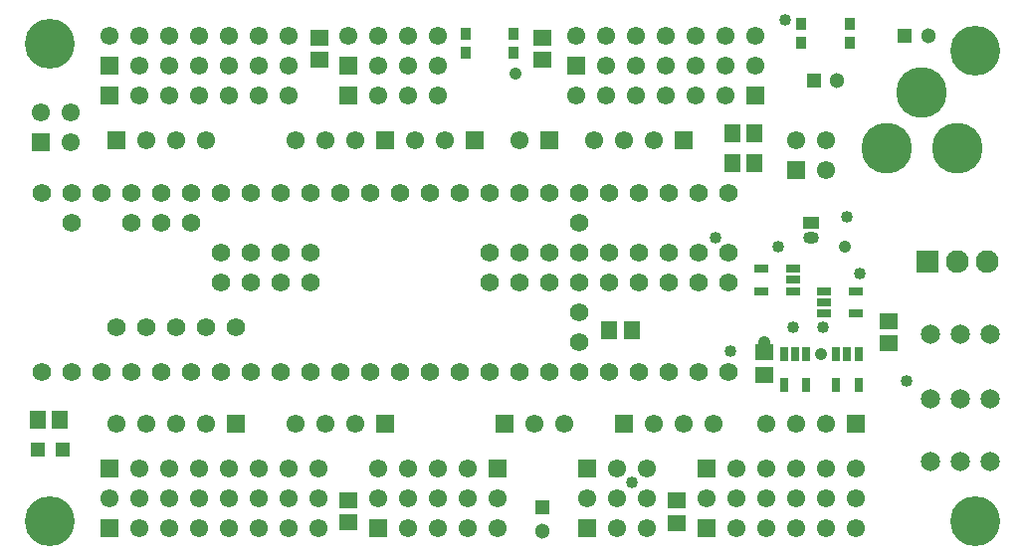
<source format=gts>
G04 DipTrace 3.0.0.2*
G04 Teensy-TC36-Breakouti.gts*
%MOIN*%
G04 #@! TF.FileFunction,Soldermask,Top*
G04 #@! TF.Part,Single*
%ADD13C,0.04*%
%ADD33C,0.17*%
%ADD35C,0.065199*%
%ADD41R,0.047244X0.047244*%
%ADD45C,0.06194*%
%ADD58C,0.167*%
%ADD60C,0.042*%
%ADD62R,0.025622X0.045307*%
%ADD64C,0.076*%
%ADD66R,0.076X0.076*%
%ADD70R,0.045307X0.025622*%
%ADD72R,0.053181X0.061055*%
%ADD76R,0.037433X0.04137*%
%ADD78O,0.053181X0.04137*%
%ADD80R,0.053181X0.04137*%
%ADD86C,0.061055*%
%ADD88R,0.061055X0.061055*%
%ADD90C,0.051213*%
%ADD92R,0.051213X0.051213*%
%ADD94R,0.061055X0.053181*%
%FSLAX26Y26*%
G04*
G70*
G90*
G75*
G01*
G04 TopMask*
%LPD*%
D60*
X2938701Y1143701D3*
X3127087Y1103701D3*
D3*
X3208701Y1462868D3*
X2103701Y2043701D3*
D58*
X3643701Y543701D3*
X543701D3*
Y2143701D3*
X3643701Y2118701D3*
D13*
X3008701Y2223701D3*
X3133701Y1193701D3*
X2983701Y1463701D3*
X2823701Y1113701D3*
X3258701Y1373701D3*
X3413701Y1013701D3*
X2493701Y673701D3*
X3033701Y1193701D3*
X3213701Y1563701D3*
X2773701Y1493701D3*
D94*
X2193701Y2088701D3*
Y2163504D3*
D92*
X3408701Y2168701D3*
D90*
X3487441D3*
D92*
X2193701Y588701D3*
D90*
Y509961D3*
D94*
X2938701Y1033701D3*
Y1108504D3*
D92*
X3103701Y2018701D3*
D90*
X3182441D3*
D94*
X1448701Y2088701D3*
Y2163504D3*
X1543701Y613701D3*
Y538898D3*
X2643701Y611103D3*
Y536299D3*
D88*
X2308701Y2068701D3*
D86*
Y2168701D3*
X2408701Y2068701D3*
Y2168701D3*
X2508701Y2068701D3*
Y2168701D3*
X2608701Y2068701D3*
Y2168701D3*
X2708701Y2068701D3*
Y2168701D3*
X2808701Y2068701D3*
Y2168701D3*
X2908701Y2068701D3*
Y2168701D3*
D88*
X1543701Y2068701D3*
D86*
Y2168701D3*
X1643701Y2068701D3*
Y2168701D3*
X1743701Y2068701D3*
Y2168701D3*
X1843701Y2068701D3*
Y2168701D3*
D88*
X743701Y2068701D3*
D86*
Y2168701D3*
X843701Y2068701D3*
Y2168701D3*
X943701Y2068701D3*
Y2168701D3*
X1043701Y2068701D3*
Y2168701D3*
X1143701Y2068701D3*
Y2168701D3*
X1243701Y2068701D3*
Y2168701D3*
X1343701Y2068701D3*
Y2168701D3*
D88*
X743701Y518701D3*
D86*
Y618701D3*
X843701Y518701D3*
Y618701D3*
X943701Y518701D3*
Y618701D3*
X1043701Y518701D3*
Y618701D3*
X1143701Y518701D3*
Y618701D3*
X1243701Y518701D3*
Y618701D3*
X1343701Y518701D3*
Y618701D3*
X1443701Y518701D3*
Y618701D3*
D88*
X1643701Y518701D3*
D86*
Y618701D3*
X1743701Y518701D3*
Y618701D3*
X1843701Y518701D3*
Y618701D3*
X1943701Y518701D3*
Y618701D3*
X2043701Y518701D3*
Y618701D3*
D88*
X2743701Y518701D3*
D86*
Y618701D3*
X2843701Y518701D3*
Y618701D3*
X2943701Y518701D3*
Y618701D3*
X3043701Y518701D3*
Y618701D3*
X3143701Y518701D3*
Y618701D3*
X3243701Y518701D3*
Y618701D3*
D88*
X2343701Y518701D3*
D86*
Y618701D3*
X2443701Y518701D3*
Y618701D3*
X2543701Y518701D3*
Y618701D3*
D33*
X3348701Y1793701D3*
X3584921D3*
X3466811Y1978740D3*
D88*
X513701Y1813701D3*
D86*
Y1913701D3*
X613701Y1813701D3*
Y1913701D3*
D35*
X3693701Y1168701D3*
X3593701D3*
X3493701D3*
X3693701Y953701D3*
X3593701D3*
X3493701D3*
X3693701Y743701D3*
X3593701D3*
X3493701D3*
D80*
X3093701Y1543701D3*
D78*
Y1493701D3*
D88*
X743701Y718701D3*
D86*
X843701D3*
X943701D3*
X1043701D3*
X1143701D3*
X1243701D3*
X1343701D3*
X1443701D3*
D88*
X2043701D3*
D86*
X1943701D3*
X1843701D3*
X1743701D3*
X1643701D3*
D88*
X2743701D3*
D86*
X2843701D3*
X2943701D3*
X3043701D3*
X3143701D3*
X3243701D3*
D88*
X2468701Y868701D3*
D86*
X2568701D3*
X2668701D3*
X2768701D3*
D88*
X2908701Y1968701D3*
D86*
X2808701D3*
X2708701D3*
X2608701D3*
X2508701D3*
X2408701D3*
X2308701D3*
D88*
X2068701Y868701D3*
D86*
X2168701D3*
X2268701D3*
D88*
X1543701Y1968701D3*
D86*
X1643701D3*
X1743701D3*
X1843701D3*
D88*
X743701D3*
D86*
X843701D3*
X943701D3*
X1043701D3*
X1143701D3*
X1243701D3*
X1343701D3*
D88*
X1668701Y1818701D3*
D86*
X1568701D3*
X1468701D3*
X1368701D3*
D88*
X1968701D3*
D86*
X1868701D3*
X1768701D3*
D88*
X2668701D3*
D86*
X2568701D3*
X2468701D3*
X2368701D3*
D88*
X768701D3*
D86*
X868701D3*
X968701D3*
X1068701D3*
D88*
X2218701D3*
D86*
X2118701D3*
D88*
X2343701Y718701D3*
D86*
X2443701D3*
X2543701D3*
D88*
X1668701Y868701D3*
D86*
X1568701D3*
X1468701D3*
X1368701D3*
D88*
X3243701D3*
D86*
X3143701D3*
X3043701D3*
X2943701D3*
D88*
X1168701D3*
D86*
X1068701D3*
X968701D3*
X868701D3*
X768701D3*
D88*
X3043701Y1718701D3*
D86*
Y1818701D3*
X3143701Y1718701D3*
Y1818701D3*
D76*
X3062284Y2145709D3*
X3223701D3*
Y2208701D3*
X3062284D3*
D41*
X588701Y783701D3*
X506024D3*
D72*
X2831299Y1743701D3*
X2906103D3*
Y1843701D3*
X2831299D3*
X2493701Y1183701D3*
X2418898D3*
X503701Y883701D3*
X578504D3*
D94*
X3353701Y1138701D3*
Y1213504D3*
D76*
X2099410Y2175197D3*
X1937992D3*
Y2112205D3*
X2099410D3*
D70*
X3033701Y1313701D3*
Y1351103D3*
Y1388504D3*
X2927402D3*
Y1313701D3*
X3138701D3*
Y1276299D3*
Y1238898D3*
X3245000D3*
Y1313701D3*
D45*
X518701Y1043701D3*
X618701D3*
X718701D3*
X818701D3*
X918701D3*
X1018701D3*
X1118701D3*
X1218701D3*
X1318701D3*
X1418701D3*
X1518701D3*
X1618701D3*
X1718701D3*
X1818701D3*
X2318701Y1143701D3*
Y1243701D3*
Y1343701D3*
Y1443701D3*
X2118701Y1643701D3*
X1818701D3*
X1718701D3*
X1618701D3*
X1518701D3*
X1418701D3*
X1318701D3*
X1218701D3*
X1118701D3*
X1018701D3*
X918701D3*
X818701D3*
X718701D3*
X618701D3*
X518701D3*
X618701Y1543701D3*
X818701D3*
X918701D3*
X1018701D3*
X2418701Y1043701D3*
X2518701D3*
X2318701D3*
X2218701D3*
X2118701D3*
X2018701D3*
X2618701D3*
X2718701D3*
X2818701D3*
Y1643701D3*
X1918701Y1043701D3*
X2718701Y1643701D3*
X1918701D3*
X2618701D3*
X2418701D3*
X2318701D3*
X2218701D3*
X2518701D3*
X2018701D3*
X2318701Y1543701D3*
X2818701Y1343701D3*
X2718701D3*
X2618701D3*
X2818701Y1443701D3*
X2718701D3*
X2618701D3*
X2518701D3*
X2418701D3*
X2518701Y1343701D3*
X2418701D3*
X2218701D3*
X2118701D3*
X2018701D3*
X2218701Y1443701D3*
X2118701D3*
X2018701D3*
X1418701Y1343701D3*
X1318701D3*
X1218701D3*
X1418701Y1443701D3*
X1318701D3*
X1218701D3*
X1118701D3*
Y1343701D3*
X768701Y1193701D3*
X868701D3*
X968701D3*
X1068701D3*
X1168701D3*
D66*
X3483701Y1413701D3*
D64*
X3583701D3*
X3683701D3*
D62*
X3253701Y1103701D3*
X3216299D3*
X3178898D3*
Y997402D3*
X3253701D3*
X3078701Y1103701D3*
X3041299D3*
X3003898D3*
Y997402D3*
X3078701D3*
M02*

</source>
